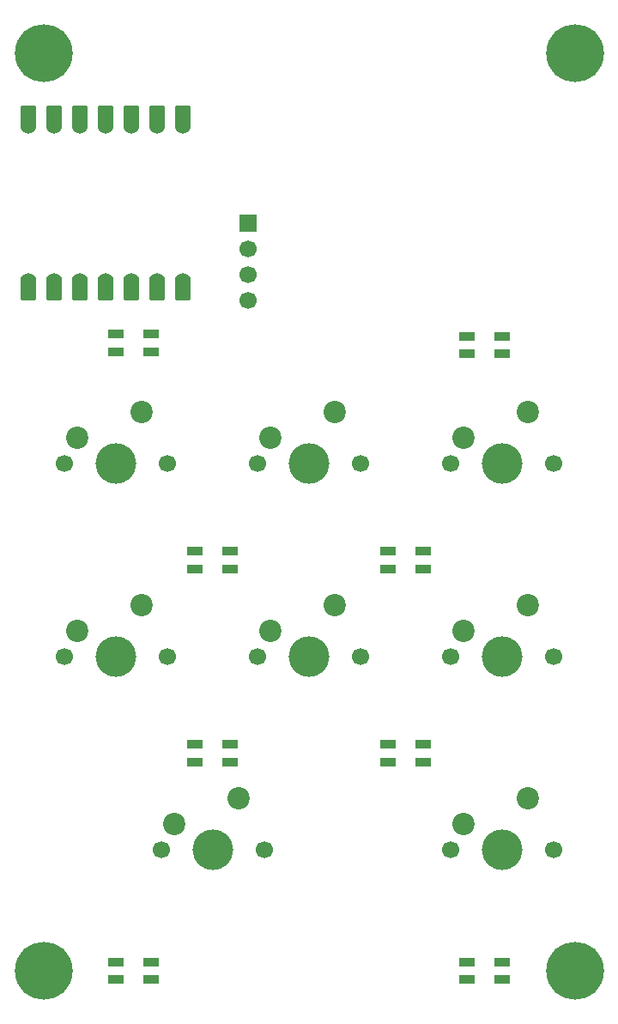
<source format=gts>
G04 #@! TF.GenerationSoftware,KiCad,Pcbnew,9.0.1*
G04 #@! TF.CreationDate,2025-06-23T17:34:09-04:00*
G04 #@! TF.ProjectId,engiboard,656e6769-626f-4617-9264-2e6b69636164,rev?*
G04 #@! TF.SameCoordinates,Original*
G04 #@! TF.FileFunction,Soldermask,Top*
G04 #@! TF.FilePolarity,Negative*
%FSLAX46Y46*%
G04 Gerber Fmt 4.6, Leading zero omitted, Abs format (unit mm)*
G04 Created by KiCad (PCBNEW 9.0.1) date 2025-06-23 17:34:09*
%MOMM*%
%LPD*%
G01*
G04 APERTURE LIST*
G04 Aperture macros list*
%AMRoundRect*
0 Rectangle with rounded corners*
0 $1 Rounding radius*
0 $2 $3 $4 $5 $6 $7 $8 $9 X,Y pos of 4 corners*
0 Add a 4 corners polygon primitive as box body*
4,1,4,$2,$3,$4,$5,$6,$7,$8,$9,$2,$3,0*
0 Add four circle primitives for the rounded corners*
1,1,$1+$1,$2,$3*
1,1,$1+$1,$4,$5*
1,1,$1+$1,$6,$7*
1,1,$1+$1,$8,$9*
0 Add four rect primitives between the rounded corners*
20,1,$1+$1,$2,$3,$4,$5,0*
20,1,$1+$1,$4,$5,$6,$7,0*
20,1,$1+$1,$6,$7,$8,$9,0*
20,1,$1+$1,$8,$9,$2,$3,0*%
G04 Aperture macros list end*
%ADD10RoundRect,0.152400X-0.609600X1.063600X-0.609600X-1.063600X0.609600X-1.063600X0.609600X1.063600X0*%
%ADD11C,1.524000*%
%ADD12RoundRect,0.152400X0.609600X-1.063600X0.609600X1.063600X-0.609600X1.063600X-0.609600X-1.063600X0*%
%ADD13C,5.700000*%
%ADD14R,1.600000X0.850000*%
%ADD15C,1.700000*%
%ADD16C,4.000000*%
%ADD17C,2.200000*%
%ADD18R,1.700000X1.700000*%
G04 APERTURE END LIST*
D10*
G04 #@! TO.C,U1*
X141380000Y-66081250D03*
D11*
X141380000Y-65246250D03*
D10*
X143920000Y-66081250D03*
D11*
X143920000Y-65246250D03*
D10*
X146460000Y-66081250D03*
D11*
X146460000Y-65246250D03*
D10*
X149000000Y-66081250D03*
D11*
X149000000Y-65246250D03*
D10*
X151540000Y-66081250D03*
D11*
X151540000Y-65246250D03*
D10*
X154080000Y-66081250D03*
D11*
X154080000Y-65246250D03*
D10*
X156620000Y-66081250D03*
D11*
X156620000Y-65246250D03*
X156620000Y-50006250D03*
D12*
X156620000Y-49171250D03*
D11*
X154080000Y-50006250D03*
D12*
X154080000Y-49171250D03*
D11*
X151540000Y-50006250D03*
D12*
X151540000Y-49171250D03*
D11*
X149000000Y-50006250D03*
D12*
X149000000Y-49171250D03*
D11*
X146460000Y-50006250D03*
D12*
X146460000Y-49171250D03*
D11*
X143920000Y-50006250D03*
D12*
X143920000Y-49171250D03*
D11*
X141380000Y-50006250D03*
D12*
X141380000Y-49171250D03*
G04 #@! TD*
D13*
G04 #@! TO.C,REF\u002A\u002A*
X195262500Y-133350000D03*
G04 #@! TD*
D14*
G04 #@! TO.C,D2*
X184600000Y-70750000D03*
X184600000Y-72500000D03*
X188100000Y-72500000D03*
X188100000Y-70750000D03*
G04 #@! TD*
G04 #@! TO.C,D14*
X161293750Y-93743750D03*
X161293750Y-91993750D03*
X157793750Y-91993750D03*
X157793750Y-93743750D03*
G04 #@! TD*
G04 #@! TO.C,D1*
X150000000Y-70562500D03*
X150000000Y-72312500D03*
X153500000Y-72312500D03*
X153500000Y-70562500D03*
G04 #@! TD*
D15*
G04 #@! TO.C,SW4*
X144938750Y-102393750D03*
D16*
X150018750Y-102393750D03*
D15*
X155098750Y-102393750D03*
D17*
X152558750Y-97313750D03*
X146208750Y-99853750D03*
G04 #@! TD*
D14*
G04 #@! TO.C,D3*
X150000000Y-132475000D03*
X150000000Y-134225000D03*
X153500000Y-134225000D03*
X153500000Y-132475000D03*
G04 #@! TD*
D15*
G04 #@! TO.C,SW8*
X154463750Y-121443750D03*
D16*
X159543750Y-121443750D03*
D15*
X164623750Y-121443750D03*
D17*
X162083750Y-116363750D03*
X155733750Y-118903750D03*
G04 #@! TD*
D14*
G04 #@! TO.C,D13*
X180343750Y-112793750D03*
X180343750Y-111043750D03*
X176843750Y-111043750D03*
X176843750Y-112793750D03*
G04 #@! TD*
G04 #@! TO.C,D15*
X161293750Y-112793750D03*
X161293750Y-111043750D03*
X157793750Y-111043750D03*
X157793750Y-112793750D03*
G04 #@! TD*
D15*
G04 #@! TO.C,SW6*
X183038750Y-102393750D03*
D16*
X188118750Y-102393750D03*
D15*
X193198750Y-102393750D03*
D17*
X190658750Y-97313750D03*
X184308750Y-99853750D03*
G04 #@! TD*
D13*
G04 #@! TO.C,REF\u002A\u002A*
X142875000Y-133350000D03*
G04 #@! TD*
G04 #@! TO.C,REF\u002A\u002A*
X195262500Y-42862500D03*
G04 #@! TD*
D15*
G04 #@! TO.C,SW2*
X163988750Y-83343750D03*
D16*
X169068750Y-83343750D03*
D15*
X174148750Y-83343750D03*
D17*
X171608750Y-78263750D03*
X165258750Y-80803750D03*
G04 #@! TD*
D15*
G04 #@! TO.C,SW7*
X183038750Y-121443750D03*
D16*
X188118750Y-121443750D03*
D15*
X193198750Y-121443750D03*
D17*
X190658750Y-116363750D03*
X184308750Y-118903750D03*
G04 #@! TD*
D14*
G04 #@! TO.C,D16*
X180343750Y-93743750D03*
X180343750Y-91993750D03*
X176843750Y-91993750D03*
X176843750Y-93743750D03*
G04 #@! TD*
D18*
G04 #@! TO.C,OLED1*
X163000000Y-59630000D03*
D15*
X163000000Y-62170000D03*
X163000000Y-64710000D03*
X163000000Y-67250000D03*
G04 #@! TD*
D13*
G04 #@! TO.C,REF\u002A\u002A*
X142875000Y-42862500D03*
G04 #@! TD*
D14*
G04 #@! TO.C,D12*
X184600000Y-132475000D03*
X184600000Y-134225000D03*
X188100000Y-134225000D03*
X188100000Y-132475000D03*
G04 #@! TD*
D15*
G04 #@! TO.C,SW5*
X163988750Y-102393750D03*
D16*
X169068750Y-102393750D03*
D15*
X174148750Y-102393750D03*
D17*
X171608750Y-97313750D03*
X165258750Y-99853750D03*
G04 #@! TD*
D15*
G04 #@! TO.C,SW1*
X144938750Y-83343750D03*
D16*
X150018750Y-83343750D03*
D15*
X155098750Y-83343750D03*
D17*
X152558750Y-78263750D03*
X146208750Y-80803750D03*
G04 #@! TD*
D15*
G04 #@! TO.C,SW3*
X183038750Y-83343750D03*
D16*
X188118750Y-83343750D03*
D15*
X193198750Y-83343750D03*
D17*
X190658750Y-78263750D03*
X184308750Y-80803750D03*
G04 #@! TD*
M02*

</source>
